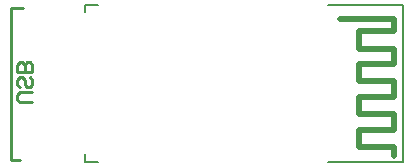
<source format=gbo>
G04*
G04 #@! TF.GenerationSoftware,Altium Limited,Altium Designer,18.1.9 (240)*
G04*
G04 Layer_Color=32896*
%FSLAX25Y25*%
%MOIN*%
G70*
G01*
G75*
%ADD14C,0.00800*%
%ADD15C,0.01000*%
%ADD43C,0.02000*%
D14*
X125391Y222106D02*
X129791D01*
X125391Y219605D02*
Y222106D01*
Y169806D02*
Y172306D01*
Y169806D02*
X129791D01*
X206691Y222106D02*
X231491D01*
Y169806D02*
Y222106D01*
X206691Y169806D02*
X231491D01*
D15*
X101000Y170248D02*
X104020D01*
X101000D02*
Y221035D01*
X104807D01*
X107998Y189642D02*
X103833D01*
X103000Y190475D01*
Y192141D01*
X103833Y192974D01*
X107998D01*
X107165Y197972D02*
X107998Y197139D01*
Y195473D01*
X107165Y194640D01*
X106332D01*
X105499Y195473D01*
Y197139D01*
X104666Y197972D01*
X103833D01*
X103000Y197139D01*
Y195473D01*
X103833Y194640D01*
X107998Y199638D02*
X103000D01*
Y202138D01*
X103833Y202971D01*
X104666D01*
X105499Y202138D01*
Y199638D01*
Y202138D01*
X106332Y202971D01*
X107165D01*
X107998Y202138D01*
Y199638D01*
D43*
X216991Y196806D02*
Y202306D01*
X228491D01*
Y207306D01*
X216991D02*
X228491D01*
X216991D02*
Y213305D01*
Y180306D02*
X228491D01*
Y171806D02*
Y174805D01*
X216991D02*
X228491D01*
X216991D02*
Y180306D01*
X228491D02*
Y185805D01*
X216991D02*
X228491D01*
X216991D02*
Y191305D01*
X228491D01*
Y196806D01*
X216991D02*
X228491D01*
X216991Y213305D02*
X228491D01*
Y217305D01*
X210491D02*
X228491D01*
M02*

</source>
